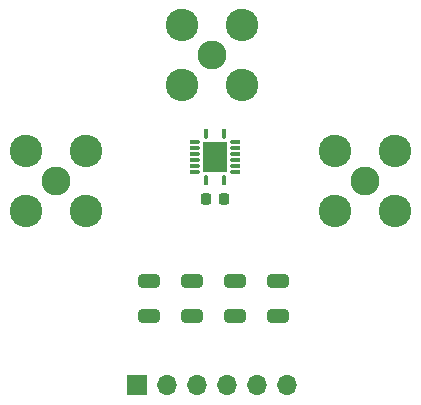
<source format=gbr>
%TF.GenerationSoftware,KiCad,Pcbnew,8.0.1*%
%TF.CreationDate,2024-03-25T18:19:42-05:00*%
%TF.ProjectId,TS3A5017-Mixer,54533341-3530-4313-972d-4d697865722e,rev?*%
%TF.SameCoordinates,Original*%
%TF.FileFunction,Soldermask,Top*%
%TF.FilePolarity,Negative*%
%FSLAX46Y46*%
G04 Gerber Fmt 4.6, Leading zero omitted, Abs format (unit mm)*
G04 Created by KiCad (PCBNEW 8.0.1) date 2024-03-25 18:19:42*
%MOMM*%
%LPD*%
G01*
G04 APERTURE LIST*
G04 Aperture macros list*
%AMRoundRect*
0 Rectangle with rounded corners*
0 $1 Rounding radius*
0 $2 $3 $4 $5 $6 $7 $8 $9 X,Y pos of 4 corners*
0 Add a 4 corners polygon primitive as box body*
4,1,4,$2,$3,$4,$5,$6,$7,$8,$9,$2,$3,0*
0 Add four circle primitives for the rounded corners*
1,1,$1+$1,$2,$3*
1,1,$1+$1,$4,$5*
1,1,$1+$1,$6,$7*
1,1,$1+$1,$8,$9*
0 Add four rect primitives between the rounded corners*
20,1,$1+$1,$2,$3,$4,$5,0*
20,1,$1+$1,$4,$5,$6,$7,0*
20,1,$1+$1,$6,$7,$8,$9,0*
20,1,$1+$1,$8,$9,$2,$3,0*%
%AMFreePoly0*
4,1,10,0.140000,-0.355000,0.121244,-0.425000,0.070000,-0.476244,0.000000,-0.495000,-0.070000,-0.476244,-0.121244,-0.425000,-0.140000,-0.355000,-0.140000,0.355000,0.140000,0.355000,0.140000,-0.355000,0.140000,-0.355000,$1*%
%AMFreePoly1*
4,1,10,0.355000,-0.140000,-0.355000,-0.140000,-0.425000,-0.121244,-0.476244,-0.070000,-0.495000,0.000000,-0.476244,0.070000,-0.425000,0.121244,-0.355000,0.140000,0.355000,0.140000,0.355000,-0.140000,0.355000,-0.140000,$1*%
%AMFreePoly2*
4,1,10,0.070000,0.476244,0.121244,0.425000,0.140000,0.355000,0.140000,-0.355000,-0.140000,-0.355000,-0.140000,0.355000,-0.121244,0.425000,-0.070000,0.476244,0.000000,0.495000,0.070000,0.476244,0.070000,0.476244,$1*%
%AMFreePoly3*
4,1,10,0.425000,0.121244,0.476244,0.070000,0.495000,0.000000,0.476244,-0.070000,0.425000,-0.121244,0.355000,-0.140000,-0.355000,-0.140000,-0.355000,0.140000,0.355000,0.140000,0.425000,0.121244,0.425000,0.121244,$1*%
G04 Aperture macros list end*
%ADD10C,2.454000*%
%ADD11C,2.754000*%
%ADD12R,1.700000X1.700000*%
%ADD13O,1.700000X1.700000*%
%ADD14R,2.050000X2.550000*%
%ADD15FreePoly0,180.000000*%
%ADD16FreePoly1,180.000000*%
%ADD17FreePoly2,180.000000*%
%ADD18FreePoly3,180.000000*%
%ADD19RoundRect,0.225000X-0.225000X-0.250000X0.225000X-0.250000X0.225000X0.250000X-0.225000X0.250000X0*%
%ADD20RoundRect,0.250000X-0.650000X0.325000X-0.650000X-0.325000X0.650000X-0.325000X0.650000X0.325000X0*%
G04 APERTURE END LIST*
D10*
%TO.C,J1*%
X146558000Y-79248000D03*
D11*
X149098000Y-81788000D03*
X144018000Y-81788000D03*
X149098000Y-76708000D03*
X144018000Y-76708000D03*
%TD*%
D10*
%TO.C,J2*%
X159512000Y-89916000D03*
D11*
X156972000Y-92456000D03*
X156972000Y-87376000D03*
X162052000Y-92456000D03*
X162052000Y-87376000D03*
%TD*%
D10*
%TO.C,J3*%
X133350000Y-89916000D03*
D11*
X135890000Y-87376000D03*
X135890000Y-92456000D03*
X130810000Y-87376000D03*
X130810000Y-92456000D03*
%TD*%
D12*
%TO.C,J4*%
X140208000Y-107188000D03*
D13*
X142748000Y-107188000D03*
X145288000Y-107188000D03*
X147828000Y-107188000D03*
X150368000Y-107188000D03*
X152908000Y-107188000D03*
%TD*%
D14*
%TO.C,U1*%
X146787000Y-87871000D03*
D15*
X146037000Y-89916000D03*
D16*
X144992000Y-89121000D03*
X144992000Y-88621000D03*
X144992000Y-88121000D03*
X144992000Y-87621000D03*
X144992000Y-87121000D03*
X144992000Y-86621000D03*
D17*
X146037000Y-85826000D03*
X147537000Y-85826000D03*
D18*
X148582000Y-86621000D03*
X148582000Y-87121000D03*
X148582000Y-87621000D03*
X148582000Y-88121000D03*
X148582000Y-88621000D03*
X148582000Y-89121000D03*
D15*
X147537000Y-89916000D03*
%TD*%
D19*
%TO.C,C1*%
X147574000Y-91440000D03*
X146024000Y-91440000D03*
%TD*%
D20*
%TO.C,C5*%
X152146000Y-101346000D03*
X152146000Y-98396000D03*
%TD*%
%TO.C,C4*%
X148505332Y-98396000D03*
X148505332Y-101346000D03*
%TD*%
%TO.C,C3*%
X141224000Y-101297000D03*
X141224000Y-98347000D03*
%TD*%
%TO.C,C2*%
X144864666Y-98347000D03*
X144864666Y-101297000D03*
%TD*%
M02*

</source>
